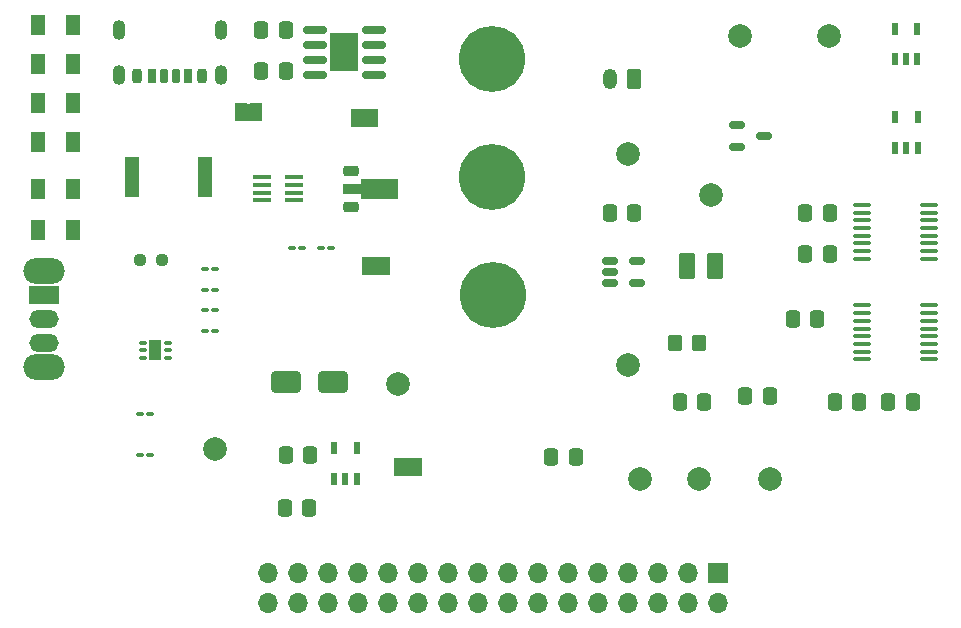
<source format=gbr>
%TF.GenerationSoftware,KiCad,Pcbnew,9.0.0*%
%TF.CreationDate,2025-03-28T12:19:08+02:00*%
%TF.ProjectId,EEE3088F_2025_Project,45454533-3038-4384-965f-323032355f50,rev?*%
%TF.SameCoordinates,Original*%
%TF.FileFunction,Soldermask,Top*%
%TF.FilePolarity,Negative*%
%FSLAX46Y46*%
G04 Gerber Fmt 4.6, Leading zero omitted, Abs format (unit mm)*
G04 Created by KiCad (PCBNEW 9.0.0) date 2025-03-28 12:19:08*
%MOMM*%
%LPD*%
G01*
G04 APERTURE LIST*
G04 Aperture macros list*
%AMRoundRect*
0 Rectangle with rounded corners*
0 $1 Rounding radius*
0 $2 $3 $4 $5 $6 $7 $8 $9 X,Y pos of 4 corners*
0 Add a 4 corners polygon primitive as box body*
4,1,4,$2,$3,$4,$5,$6,$7,$8,$9,$2,$3,0*
0 Add four circle primitives for the rounded corners*
1,1,$1+$1,$2,$3*
1,1,$1+$1,$4,$5*
1,1,$1+$1,$6,$7*
1,1,$1+$1,$8,$9*
0 Add four rect primitives between the rounded corners*
20,1,$1+$1,$2,$3,$4,$5,0*
20,1,$1+$1,$4,$5,$6,$7,0*
20,1,$1+$1,$6,$7,$8,$9,0*
20,1,$1+$1,$8,$9,$2,$3,0*%
%AMFreePoly0*
4,1,9,3.862500,-0.866500,0.737500,-0.866500,0.737500,-0.450000,-0.737500,-0.450000,-0.737500,0.450000,0.737500,0.450000,0.737500,0.866500,3.862500,0.866500,3.862500,-0.866500,3.862500,-0.866500,$1*%
G04 Aperture macros list end*
%ADD10RoundRect,0.100000X-0.680000X-0.100000X0.680000X-0.100000X0.680000X0.100000X-0.680000X0.100000X0*%
%ADD11R,1.000000X1.500000*%
%ADD12R,0.622500X1.105000*%
%ADD13RoundRect,0.250000X-0.337500X-0.475000X0.337500X-0.475000X0.337500X0.475000X-0.337500X0.475000X0*%
%ADD14RoundRect,0.250000X-0.350000X-0.450000X0.350000X-0.450000X0.350000X0.450000X-0.350000X0.450000X0*%
%ADD15C,2.000000*%
%ADD16R,1.207500X1.701000*%
%ADD17R,1.282500X3.456000*%
%ADD18RoundRect,0.250001X-0.462499X-0.849999X0.462499X-0.849999X0.462499X0.849999X-0.462499X0.849999X0*%
%ADD19C,5.600000*%
%ADD20RoundRect,0.100000X-0.217500X-0.100000X0.217500X-0.100000X0.217500X0.100000X-0.217500X0.100000X0*%
%ADD21RoundRect,0.150000X-0.825000X-0.150000X0.825000X-0.150000X0.825000X0.150000X-0.825000X0.150000X0*%
%ADD22R,2.410000X3.300000*%
%ADD23RoundRect,0.250000X0.350000X0.625000X-0.350000X0.625000X-0.350000X-0.625000X0.350000X-0.625000X0*%
%ADD24O,1.200000X1.750000*%
%ADD25RoundRect,0.100000X-0.637500X-0.100000X0.637500X-0.100000X0.637500X0.100000X-0.637500X0.100000X0*%
%ADD26R,1.700000X1.700000*%
%ADD27O,1.700000X1.700000*%
%ADD28RoundRect,0.175000X0.175000X0.425000X-0.175000X0.425000X-0.175000X-0.425000X0.175000X-0.425000X0*%
%ADD29RoundRect,0.190000X-0.190000X-0.410000X0.190000X-0.410000X0.190000X0.410000X-0.190000X0.410000X0*%
%ADD30RoundRect,0.200000X-0.200000X-0.400000X0.200000X-0.400000X0.200000X0.400000X-0.200000X0.400000X0*%
%ADD31RoundRect,0.175000X-0.175000X-0.425000X0.175000X-0.425000X0.175000X0.425000X-0.175000X0.425000X0*%
%ADD32RoundRect,0.190000X0.190000X0.410000X-0.190000X0.410000X-0.190000X-0.410000X0.190000X-0.410000X0*%
%ADD33RoundRect,0.200000X0.200000X0.400000X-0.200000X0.400000X-0.200000X-0.400000X0.200000X-0.400000X0*%
%ADD34O,1.100000X1.700000*%
%ADD35RoundRect,0.237500X-0.250000X-0.237500X0.250000X-0.237500X0.250000X0.237500X-0.250000X0.237500X0*%
%ADD36RoundRect,0.150000X-0.512500X-0.150000X0.512500X-0.150000X0.512500X0.150000X-0.512500X0.150000X0*%
%ADD37RoundRect,0.225000X-0.425000X-0.225000X0.425000X-0.225000X0.425000X0.225000X-0.425000X0.225000X0*%
%ADD38FreePoly0,0.000000*%
%ADD39RoundRect,0.250000X-1.000000X-0.650000X1.000000X-0.650000X1.000000X0.650000X-1.000000X0.650000X0*%
%ADD40O,3.500000X2.200000*%
%ADD41R,2.500000X1.500000*%
%ADD42O,2.500000X1.500000*%
%ADD43RoundRect,0.075000X-0.247500X-0.075000X0.247500X-0.075000X0.247500X0.075000X-0.247500X0.075000X0*%
%ADD44R,1.010000X1.700000*%
G04 APERTURE END LIST*
%TO.C,JP2*%
G36*
X73500000Y-85250000D02*
G01*
X73800000Y-85250000D01*
X73800000Y-86750000D01*
X73500000Y-86750000D01*
X73500000Y-85250000D01*
G37*
%TO.C,JP1*%
G36*
X63700000Y-84750000D02*
G01*
X64000000Y-84750000D01*
X64000000Y-86250000D01*
X63700000Y-86250000D01*
X63700000Y-84750000D01*
G37*
%TO.C,JP4*%
G36*
X77200000Y-114750000D02*
G01*
X77500000Y-114750000D01*
X77500000Y-116250000D01*
X77200000Y-116250000D01*
X77200000Y-114750000D01*
G37*
%TO.C,JP3*%
G36*
X74500000Y-97750000D02*
G01*
X74800000Y-97750000D01*
X74800000Y-99250000D01*
X74500000Y-99250000D01*
X74500000Y-97750000D01*
G37*
%TD*%
D10*
%TO.C,U10*%
X65000000Y-91000000D03*
X65000000Y-91650000D03*
X65000000Y-92310000D03*
X65000000Y-92960000D03*
X67700000Y-92960000D03*
X67700000Y-92310000D03*
X67700000Y-91650000D03*
X67700000Y-91000000D03*
%TD*%
D11*
%TO.C,JP2*%
X73000000Y-86000000D03*
X74300000Y-86000000D03*
%TD*%
D12*
%TO.C,U11*%
X118551000Y-81000000D03*
X119500000Y-81000000D03*
X120450000Y-81000000D03*
X120450000Y-78400000D03*
X118551000Y-78400000D03*
%TD*%
D13*
%TO.C,C7*%
X64925000Y-82000000D03*
X67000000Y-82000000D03*
%TD*%
D14*
%TO.C,R11*%
X100000000Y-105000000D03*
X102000000Y-105000000D03*
%TD*%
D12*
%TO.C,U4*%
X71101000Y-116500000D03*
X72050000Y-116500000D03*
X73000000Y-116500000D03*
X73000000Y-113900000D03*
X71101000Y-113900000D03*
%TD*%
D15*
%TO.C,TP6*%
X103000000Y-92500000D03*
%TD*%
D16*
%TO.C,R3*%
X46042000Y-84689500D03*
X49000000Y-84689500D03*
%TD*%
D17*
%TO.C,R9*%
X54000000Y-91000000D03*
X60133000Y-91000000D03*
%TD*%
D18*
%TO.C,L1*%
X101000000Y-98500000D03*
X103325000Y-98500000D03*
%TD*%
D19*
%TO.C,H2*%
X84500000Y-91000000D03*
%TD*%
D13*
%TO.C,C3*%
X100348800Y-110000000D03*
X102423800Y-110000000D03*
%TD*%
D15*
%TO.C,TP1*%
X97000000Y-116500000D03*
%TD*%
D20*
%TO.C,R8*%
X60185000Y-102250000D03*
X61000000Y-102250000D03*
%TD*%
D11*
%TO.C,JP1*%
X63200000Y-85500000D03*
X64500000Y-85500000D03*
%TD*%
D21*
%TO.C,U8*%
X69500000Y-78500000D03*
X69500000Y-79770000D03*
X69500000Y-81040000D03*
X69500000Y-82310000D03*
X74450000Y-82310000D03*
X74450000Y-81040000D03*
X74450000Y-79770000D03*
X74450000Y-78500000D03*
D22*
X71975000Y-80405000D03*
%TD*%
D23*
%TO.C,J3*%
X96500000Y-82700000D03*
D24*
X94500000Y-82700000D03*
%TD*%
D16*
%TO.C,R16*%
X46042000Y-95500000D03*
X49000000Y-95500000D03*
%TD*%
D15*
%TO.C,TP8*%
X113000000Y-79000000D03*
%TD*%
D25*
%TO.C,U1*%
X115775000Y-101850000D03*
X115775000Y-102500000D03*
X115775000Y-103150000D03*
X115775000Y-103800000D03*
X115775000Y-104450000D03*
X115775000Y-105100000D03*
X115775000Y-105750000D03*
X115775000Y-106400000D03*
X121500000Y-106400000D03*
X121500000Y-105750000D03*
X121500000Y-105100000D03*
X121500000Y-104450000D03*
X121500000Y-103800000D03*
X121500000Y-103150000D03*
X121500000Y-102500000D03*
X121500000Y-101850000D03*
%TD*%
D20*
%TO.C,C16*%
X67525000Y-97000000D03*
X68340000Y-97000000D03*
%TD*%
D16*
%TO.C,R4*%
X46042000Y-88000000D03*
X49000000Y-88000000D03*
%TD*%
D13*
%TO.C,C14*%
X67000000Y-114500000D03*
X69075000Y-114500000D03*
%TD*%
D16*
%TO.C,R1*%
X46042000Y-78068500D03*
X49000000Y-78068500D03*
%TD*%
D13*
%TO.C,C2*%
X113500000Y-110000000D03*
X115575000Y-110000000D03*
%TD*%
%TO.C,C13*%
X109925000Y-103000000D03*
X112000000Y-103000000D03*
%TD*%
D26*
%TO.C,J1*%
X103600000Y-124500000D03*
D27*
X103600000Y-127040000D03*
X101060000Y-124500000D03*
X101060000Y-127040000D03*
X98520000Y-124500000D03*
X98520000Y-127040000D03*
X95980000Y-124500000D03*
X95980000Y-127040000D03*
X93440000Y-124500000D03*
X93440000Y-127040000D03*
X90900000Y-124500000D03*
X90900000Y-127040000D03*
X88360000Y-124500000D03*
X88360000Y-127040000D03*
X85820000Y-124500000D03*
X85820000Y-127040000D03*
X83280000Y-124500000D03*
X83280000Y-127040000D03*
X80740000Y-124500000D03*
X80740000Y-127040000D03*
X78200000Y-124500000D03*
X78200000Y-127040000D03*
X75660000Y-124500000D03*
X75660000Y-127040000D03*
X73120000Y-124500000D03*
X73120000Y-127040000D03*
X70580000Y-124500000D03*
X70580000Y-127040000D03*
X68040000Y-124500000D03*
X68040000Y-127040000D03*
X65500000Y-124500000D03*
X65500000Y-127040000D03*
%TD*%
D20*
%TO.C,C15*%
X70025000Y-97000000D03*
X70840000Y-97000000D03*
%TD*%
D28*
%TO.C,J2*%
X57680000Y-82380000D03*
D29*
X55660000Y-82380000D03*
D30*
X54430000Y-82380000D03*
D31*
X56680000Y-82380000D03*
D32*
X58700000Y-82380000D03*
D33*
X59930000Y-82380000D03*
D34*
X61500000Y-82300000D03*
X61500000Y-78500000D03*
X52860000Y-82300000D03*
X52860000Y-78500000D03*
%TD*%
D13*
%TO.C,C5*%
X111000000Y-94000000D03*
X113075000Y-94000000D03*
%TD*%
D19*
%TO.C,H1*%
X84500000Y-81000000D03*
%TD*%
D20*
%TO.C,R12*%
X60185000Y-104000000D03*
X61000000Y-104000000D03*
%TD*%
D35*
%TO.C,R7*%
X54675000Y-98000000D03*
X56500000Y-98000000D03*
%TD*%
D20*
%TO.C,D1*%
X54660000Y-111000000D03*
X55475000Y-111000000D03*
%TD*%
D15*
%TO.C,TP12*%
X96000000Y-106860000D03*
%TD*%
D13*
%TO.C,C8*%
X64925000Y-78500000D03*
X67000000Y-78500000D03*
%TD*%
%TO.C,C12*%
X105925000Y-109500000D03*
X108000000Y-109500000D03*
%TD*%
D25*
%TO.C,U2*%
X115775000Y-93350000D03*
X115775000Y-94000000D03*
X115775000Y-94650000D03*
X115775000Y-95300000D03*
X115775000Y-95950000D03*
X115775000Y-96600000D03*
X115775000Y-97250000D03*
X115775000Y-97900000D03*
X121500000Y-97900000D03*
X121500000Y-97250000D03*
X121500000Y-96600000D03*
X121500000Y-95950000D03*
X121500000Y-95300000D03*
X121500000Y-94650000D03*
X121500000Y-94000000D03*
X121500000Y-93350000D03*
%TD*%
D20*
%TO.C,R6*%
X60185000Y-100500000D03*
X61000000Y-100500000D03*
%TD*%
D36*
%TO.C,Q2*%
X105225000Y-86550000D03*
X105225000Y-88450000D03*
X107500000Y-87500000D03*
%TD*%
D15*
%TO.C,TP7*%
X108000000Y-116500000D03*
%TD*%
D36*
%TO.C,U5*%
X94500000Y-98050000D03*
X94500000Y-99000000D03*
X94500000Y-99950000D03*
X96775000Y-99950000D03*
X96775000Y-98050000D03*
%TD*%
D15*
%TO.C,TP10*%
X76500000Y-108500000D03*
%TD*%
D13*
%TO.C,C6*%
X111000000Y-97500000D03*
X113075000Y-97500000D03*
%TD*%
D15*
%TO.C,TP4*%
X96000000Y-89000000D03*
%TD*%
D13*
%TO.C,C1*%
X118000000Y-110000000D03*
X120075000Y-110000000D03*
%TD*%
%TO.C,C11*%
X94425000Y-94000000D03*
X96500000Y-94000000D03*
%TD*%
D15*
%TO.C,TP2*%
X102000000Y-116500000D03*
%TD*%
D16*
%TO.C,R15*%
X46042000Y-92000000D03*
X49000000Y-92000000D03*
%TD*%
D20*
%TO.C,R5*%
X60185000Y-98750000D03*
X61000000Y-98750000D03*
%TD*%
D37*
%TO.C,U9*%
X72500000Y-90500000D03*
D38*
X72587500Y-92000000D03*
D37*
X72500000Y-93500000D03*
%TD*%
D19*
%TO.C,H3*%
X84550000Y-101000000D03*
%TD*%
D15*
%TO.C,TP3*%
X105500000Y-79000000D03*
%TD*%
%TO.C,TP9*%
X61000000Y-114000000D03*
%TD*%
D39*
%TO.C,D2*%
X67045000Y-108310000D03*
X71045000Y-108310000D03*
%TD*%
D13*
%TO.C,C17*%
X66925000Y-119000000D03*
X69000000Y-119000000D03*
%TD*%
D20*
%TO.C,D3*%
X54660000Y-114500000D03*
X55475000Y-114500000D03*
%TD*%
D40*
%TO.C,SW1*%
X46500000Y-98900000D03*
X46500000Y-107100000D03*
D41*
X46500000Y-101000000D03*
D42*
X46500000Y-103000000D03*
X46500000Y-105000000D03*
%TD*%
D16*
%TO.C,R2*%
X46042000Y-81379000D03*
X49000000Y-81379000D03*
%TD*%
D43*
%TO.C,U6*%
X54945000Y-105000000D03*
X54945000Y-105650000D03*
X54945000Y-106300000D03*
X57000000Y-106300000D03*
X57000000Y-105650000D03*
X57000000Y-105000000D03*
D44*
X55972500Y-105650000D03*
%TD*%
D11*
%TO.C,JP4*%
X76700000Y-115500000D03*
X78000000Y-115500000D03*
%TD*%
%TO.C,JP3*%
X74000000Y-98500000D03*
X75300000Y-98500000D03*
%TD*%
D12*
%TO.C,U7*%
X118601000Y-88500000D03*
X119550000Y-88500000D03*
X120500000Y-88500000D03*
X120500000Y-85900000D03*
X118601000Y-85900000D03*
%TD*%
D13*
%TO.C,C4*%
X89500000Y-114699500D03*
X91575000Y-114699500D03*
%TD*%
M02*

</source>
